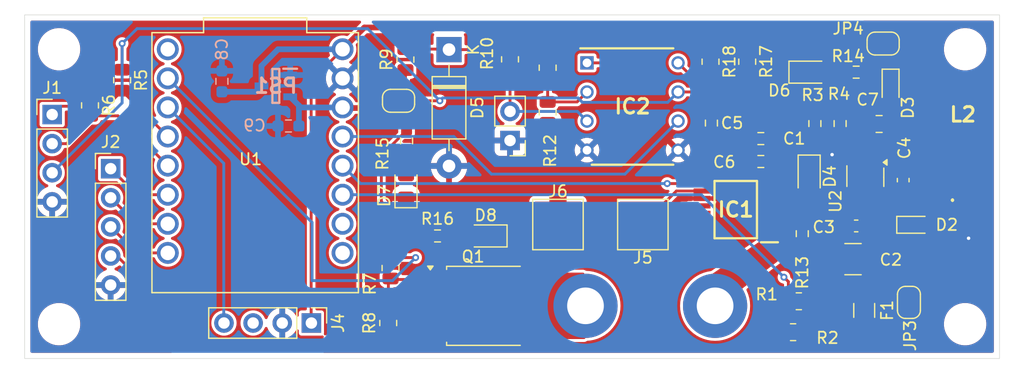
<source format=kicad_pcb>
(kicad_pcb (version 20240108) (generator "pcbnew") (generator_version "8.0")
  (layers (0 "F.Cu" signal) (31 "B.Cu" signal) (34 "B.Paste" user) (35 "F.Paste" user) (36 "B.SilkS" user "B.Silkscreen") (37 "F.SilkS" user "F.Silkscreen") (38 "B.Mask" user) (39 "F.Mask" user) (44 "Edge.Cuts" user))
  (net 0 "")
  (net 1 "VCC")
  (net 2 "GND")
  (net 3 "Net-(JP3-B)")
  (net 4 "Net-(D2-K)")
  (net 5 "Net-(U2-BOOT)")
  (net 6 "+3V3")
  (net 7 "Net-(D3-K)")
  (net 8 "Net-(D3-A)")
  (net 9 "Net-(D4-A)")
  (net 10 "+3V0")
  (net 11 "Net-(D6-A)")
  (net 12 "Net-(D7-A)")
  (net 13 "Net-(D8-A)")
  (net 14 "HEATER_GND")
  (net 15 "Net-(JP3-A)")
  (net 16 "VCC_I_ADC")
  (net 17 "Net-(IC1-SH-)")
  (net 18 "Net-(IC1-SH+)")
  (net 19 "Net-(IC2--IN)")
  (net 20 "TEMP_PLATE_ADC")
  (net 21 "Net-(IC2-+IN)")
  (net 22 "SCL")
  (net 23 "SDA")
  (net 24 "+5V")
  (net 25 "ENC_CLK")
  (net 26 "ENC_DT")
  (net 27 "ENC_SW")
  (net 28 "FAN_PWM")
  (net 30 "Net-(Q1-G)")
  (net 31 "VCC_V_ADC")
  (net 32 "5V_DCDC_FB")
  (net 33 "HEATER_PWM")
  (net 38 "Net-(IC1-IN+_1)")
  (net 39 "Net-(IC2-RG_2)")
  (net 40 "Net-(IC2-RG_1)")
  (net 41 "3V3_PRE")
  (footprint "TestPoint:TestPoint_Pad_4.0x4.0mm" (layer "F.Cu") (at 159.575 106.675 180)
    (property "Reference" "J5" (at 0 -2.898 0) (layer "F.SilkS"))
    (property "Value" "PWR")
    (pad "1" smd rect (at 0 0 180) (size 4 4) (layers "F.Cu" "F.Mask") (net 38 "Net-(IC1-IN+_1)"))
  )
  (footprint "ESP32-C3_SUPERMINI:MODULE_ESP32-C3_SUPERMINI" (layer "F.Cu") (at 125.775 101.275)
    (property "Reference" "U1" (at -0.4 -0.3 0) (layer "F.SilkS"))
    (property "Value" "ESP32-C3_SUPERMINI")
    (pad "0" thru_hole circle (at 7.62 7.88) (size 1.905 1.905) (drill 1.27) (layers "*.Cu" "*.Mask"))
    (pad "1" thru_hole circle (at 7.62 5.34) (size 1.905 1.905) (drill 1.27) (layers "*.Cu" "*.Mask"))
    (pad "2" thru_hole circle (at 7.62 2.8) (size 1.905 1.905) (drill 1.27) (layers "*.Cu" "*.Mask") (net 31 "VCC_V_ADC"))
    (pad "3" thru_hole circle (at 7.62 0.26) (size 1.905 1.905) (drill 1.27) (layers "*.Cu" "*.Mask") (net 16 "VCC_I_ADC"))
    (pad "3.3" thru_hole circle (at 7.62 -4.82) (size 1.905 1.905) (drill 1.27) (layers "*.Cu" "*.Mask") (net 41 "3V3_PRE"))
    (pad "4" thru_hole circle (at 7.62 -2.28) (size 1.905 1.905) (drill 1.27) (layers "*.Cu" "*.Mask") (net 20 "TEMP_PLATE_ADC"))
    (pad "5" thru_hole circle (at -7.62 -9.9) (size 1.905 1.905) (drill 1.27) (layers "*.Cu" "*.Mask"))
    (pad "5V" thru_hole circle (at 7.62 -9.9) (size 1.905 1.905) (drill 1.27) (layers "*.Cu" "*.Mask") (net 24 "+5V"))
    (pad "6" thru_hole circle (at -7.62 -7.36) (size 1.905 1.905) (drill 1.27) (layers "*.Cu" "*.Mask") (net 33 "HEATER_PWM"))
    (pad "7" thru_hole circle (at -7.62 -4.82) (size 1.905 1.905) (drill 1.27) (layers "*.Cu" "*.Mask") (net 28 "FAN_PWM"))
    (pad "8" thru_hole circle (at -7.62 -2.28) (size 1.905 1.905) (drill 1.27) (layers "*.Cu" "*.Mask") (net 23 "SDA"))
    (pad "9" thru_hole circle (at -7.62 0.26) (size 1.905 1.905) (drill 1.27) (layers "*.Cu" "*.Mask") (net 22 "SCL"))
    (pad "10" thru_hole circle (at -7.62 2.8) (size 1.905 1.905) (drill 1.27) (layers "*.Cu" "*.Mask") (net 25 "ENC_CLK"))
    (pad "20" thru_hole circle (at -7.62 5.34) (size 1.905 1.905) (drill 1.27) (layers "*.Cu" "*.Mask") (net 26 "ENC_DT"))
    (pad "21" thru_hole circle (at -7.62 7.88) (size 1.905 1.905) (drill 1.27) (layers "*.Cu" "*.Mask") (net 27 "ENC_SW"))
    (pad "G" thru_hole circle (at 7.62 -7.36) (size 1.905 1.905) (drill 1.27) (layers "*.Cu" "*.Mask") (net 2 "GND"))
  )
  (footprint "SamacSys_Parts:DIP794W56P254L959H533Q8N" (layer "F.Cu") (at 158.675 96.375)
    (property "Reference" "IC2" (at 0 0 0) (layer "F.SilkS") (effects (font (size 1.27 1.27) (thickness 0.254))))
    (property "Value" "AD627BNZ" (hide yes))
    (pad "1" thru_hole rect (at -3.97 -3.81) (size 1.16 1.16) (drill 0.76) (layers "*.Cu" "*.Mask") (net 40 "Net-(IC2-RG_1)"))
    (pad "2" thru_hole circle (at -3.97 -1.27) (size 1.16 1.16) (drill 0.76) (layers "*.Cu" "*.Mask") (net 19 "Net-(IC2--IN)"))
    (pad "3" thru_hole circle (at -3.97 1.27) (size 1.16 1.16) (drill 0.76) (layers "*.Cu" "*.Mask") (net 21 "Net-(IC2-+IN)"))
    (pad "4" thru_hole circle (at -3.97 3.81) (size 1.16 1.16) (drill 0.76) (layers "*.Cu" "*.Mask") (net 2 "GND"))
    (pad "5" thru_hole circle (at 3.97 3.81) (size 1.16 1.16) (drill 0.76) (layers "*.Cu" "*.Mask") (net 2 "GND"))
    (pad "6" thru_hole circle (at 3.97 1.27) (size 1.16 1.16) (drill 0.76) (layers "*.Cu" "*.Mask") (net 20 "TEMP_PLATE_ADC"))
    (pad "7" thru_hole circle (at 3.97 -1.27) (size 1.16 1.16) (drill 0.76) (layers "*.Cu" "*.Mask") (net 6 "+3V3"))
    (pad "8" thru_hole circle (at 3.97 -3.81) (size 1.16 1.16) (drill 0.76) (layers "*.Cu" "*.Mask") (net 39 "Net-(IC2-RG_2)"))
  )
  (footprint "Resistor_SMD:R_0603_1608Metric_Pad0.98x0.95mm_HandSolder" (layer "F.Cu") (at 173.475 107.475 -90)
    (property "Reference" "R13" (at 3.4 0 90) (layer "F.SilkS"))
    (property "Value" "20k")
    (pad "1" smd roundrect (at -0.9125 0 270) (size 0.975 0.95) (layers "F.Cu" "F.Paste" "F.Mask") (net 9 "Net-(D4-A)"))
    (pad "2" smd roundrect (at 0.9125 0 270) (size 0.975 0.95) (layers "F.Cu" "F.Paste" "F.Mask") (net 1 "VCC"))
  )
  (footprint "Resistor_SMD:R_0603_1608Metric_Pad0.98x0.95mm_HandSolder" (layer "F.Cu") (at 165.555 97.82 90)
    (property "Reference" "C5" (at 0 1.8 0) (layer "F.SilkS"))
    (property "Value" "0.1u")
    (pad "1" smd roundrect (at -0.9125 0 90) (size 0.975 0.95) (layers "F.Cu" "F.Paste" "F.Mask") (net 2 "GND"))
    (pad "2" smd roundrect (at 0.9125 0 90) (size 0.975 0.95) (layers "F.Cu" "F.Paste" "F.Mask") (net 6 "+3V3"))
  )
  (footprint "Jumper:SolderJumper-2_P1.3mm_Open_RoundedPad1.0x1.5mm" (layer "F.Cu") (at 182.775 113.475 90)
    (property "Reference" "JP3" (at -2.9 0.1 90) (layer "F.SilkS"))
    (property "Value" "24V_DCDC")
    (pad "1" smd custom (at -0.65 0 90) (size 1 0.5) (layers "F.Cu" "F.Mask") (net 15 "Net-(JP3-A)") (options (clearance outline) (anchor rect)) (primitives (gr_circle (center 0 0.25) (end 0.5 0.25) (width 0) (fill yes)) (gr_circle (center 0 -0.25) (end 0.5 -0.25) (width 0) (fill yes)) (gr_poly (pts (xy 0.5 0.75) (xy 0 0.75) (xy 0 -0.75) (xy 0.5 -0.75)) (width 0) (fill yes))))
    (pad "2" smd custom (at 0.65 0 90) (size 1 0.5) (layers "F.Cu" "F.Mask") (net 3 "Net-(JP3-B)") (options (clearance outline) (anchor rect)) (primitives (gr_circle (center 0 0.25) (end 0.5 0.25) (width 0) (fill yes)) (gr_circle (center 0 -0.25) (end 0.5 -0.25) (width 0) (fill yes)) (gr_poly (pts (xy 0 0.75) (xy -0.5 0.75) (xy -0.5 -0.75) (xy 0 -0.75)) (width 0) (fill yes))))
  )
  (footprint "Diode_SMD:D_0603_1608Metric_Pad1.05x0.95mm_HandSolder" (layer "F.Cu") (at 181.175 94.775 -90)
    (property "Reference" "D3" (at 1.7 -1.5 90) (layer "F.SilkS"))
    (property "Value" "CDBU0530")
    (pad "1" smd roundrect (at -0.875 0 270) (size 1.05 0.95) (layers "F.Cu" "F.Paste" "F.Mask") (net 7 "Net-(D3-K)"))
    (pad "2" smd roundrect (at 0.875 0 270) (size 1.05 0.95) (layers "F.Cu" "F.Paste" "F.Mask") (net 8 "Net-(D3-A)"))
  )
  (footprint "MountingHole:MountingHole_3.2mm_M3_ISO7380" (layer "F.Cu") (at 108.675 91.375)
    (property "Reference" "H4" (hide yes))
    (property "Value" "MountingHole")
    (pad "" np_thru_hole circle (at 0 0) (size 3.2 3.2) (drill 3.2) (layers "*.Cu" "*.Mask"))
  )
  (footprint "LED_SMD:LED_0805_2012Metric_Pad1.15x1.40mm_HandSolder" (layer "F.Cu") (at 138.925 103.35 90)
    (property "Reference" "D7" (at -0.825 -1.9 90) (layer "F.SilkS"))
    (property "Value" "~")
    (pad "1" smd roundrect (at -1.025 0 90) (size 1.15 1.4) (layers "F.Cu" "F.Paste" "F.Mask") (roundrect_rratio 0.217391) (net 2 "GND"))
    (pad "2" smd roundrect (at 1.025 0 90) (size 1.15 1.4) (layers "F.Cu" "F.Paste" "F.Mask") (roundrect_rratio 0.217391) (net 12 "Net-(D7-A)"))
  )
  (footprint "LED_SMD:LED_0805_2012Metric_Pad1.15x1.40mm_HandSolder" (layer "F.Cu") (at 145.875 107.675 180)
    (property "Reference" "D8" (at 0 1.8 0) (layer "F.SilkS"))
    (property "Value" "~")
    (pad "1" smd roundrect (at -1.025 0 180) (size 1.15 1.4) (layers "F.Cu" "F.Paste" "F.Mask") (roundrect_rratio 0.217391) (net 14 "HEATER_GND"))
    (pad "2" smd roundrect (at 1.025 0 180) (size 1.15 1.4) (layers "F.Cu" "F.Paste" "F.Mask") (roundrect_rratio 0.217391) (net 13 "Net-(D8-A)"))
  )
  (footprint "Resistor_SMD:R_0805_2012Metric" (layer "F.Cu") (at 111.375 96.275 -90)
    (property "Reference" "R6" (at 0 -1.65 90) (layer "F.SilkS"))
    (property "Value" "4k7")
    (pad "1" smd roundrect (at -0.9125 0 270) (size 1.025 1.4) (layers "F.Cu" "F.Paste" "F.Mask") (roundrect_rratio 0.243902) (net 6 "+3V3"))
    (pad "2" smd roundrect (at 0.9125 0 270) (size 1.025 1.4) (layers "F.Cu" "F.Paste" "F.Mask") (roundrect_rratio 0.243902) (net 22 "SCL"))
  )
  (footprint "Fuse:Fuse_1206_3216Metric" (layer "F.Cu") (at 178.875 114.175 -90)
    (property "Reference" "F1" (at 0 -2 90) (layer "F.SilkS"))
    (property "Value" "PTC-30V/0.35A")
    (pad "1" smd roundrect (at -1.4 0 270) (size 1.25 1.75) (layers "F.Cu" "F.Paste" "F.Mask") (roundrect_rratio 0.2) (net 1 "VCC"))
    (pad "2" smd roundrect (at 1.4 0 270) (size 1.25 1.75) (layers "F.Cu" "F.Paste" "F.Mask") (roundrect_rratio 0.2) (net 15 "Net-(JP3-A)"))
  )
  (footprint "LED_SMD:LED_0805_2012Metric_Pad1.15x1.40mm_HandSolder" (layer "F.Cu") (at 174.175 93.375)
    (property "Reference" "D6" (at -2.7 1.6 0) (layer "F.SilkS"))
    (property "Value" "~")
    (pad "1" smd roundrect (at -1.025 0) (size 1.15 1.4) (layers "F.Cu" "F.Paste" "F.Mask") (roundrect_rratio 0.217391) (net 2 "GND"))
    (pad "2" smd roundrect (at 1.025 0) (size 1.15 1.4) (layers "F.Cu" "F.Paste" "F.Mask") (roundrect_rratio 0.217391) (net 11 "Net-(D6-A)"))
  )
  (footprint "Resistor_SMD:R_0805_2012Metric" (layer "F.Cu") (at 172.675 116.075)
    (property "Reference" "R2" (at 3 0.5 0) (layer "F.SilkS"))
    (property "Value" "5k1")
    (pad "1" smd roundrect (at -0.9125 0) (size 1.025 1.4) (layers "F.Cu" "F.Paste" "F.Mask") (roundrect_rratio 0.243902) (net 31 "VCC_V_ADC"))
    (pad "2" smd roundrect (at 0.9125 0) (size 1.025 1.4) (layers "F.Cu" "F.Paste" "F.Mask") (roundrect_rratio 0.243902) (net 2 "GND"))
  )
  (footprint "Connector_PinHeader_2.54mm:PinHeader_1x02_P2.54mm_Vertical" (layer "F.Cu") (at 147.995 99.3425 180)
    (property "Reference" "J3" (hide yes))
    (property "Value" "PT100")
    (pad "1" thru_hole rect (at 0 0 180) (size 1.7 1.7) (drill 1) (layers "*.Cu" "*.Mask") (net 2 "GND"))
    (pad "2" thru_hole oval (at 0 2.54 180) (size 1.7 1.7) (drill 1) (layers "*.Cu" "*.Mask") (net 21 "Net-(IC2-+IN)"))
  )
  (footprint "Resistor_SMD:R_0805_2012Metric" (layer "F.Cu") (at 151.275 92.9875 -90)
    (property "Reference" "R11" (hide yes))
    (property "Value" "680")
    (pad "1" smd roundrect (at -0.9125 0 270) (size 1.025 1.4) (layers "F.Cu" "F.Paste" "F.Mask") (roundrect_rratio 0.243902) (net 10 "+3V0"))
    (pad "2" smd roundrect (at 0.9125 0 270) (size 1.025 1.4) (layers "F.Cu" "F.Paste" "F.Mask") (roundrect_rratio 0.243902) (net 19 "Net-(IC2--IN)"))
  )
  (footprint "Resistor_SMD:R_0603_1608Metric_Pad0.98x0.95mm_HandSolder" (layer "F.Cu") (at 138.975 99.375 90)
    (property "Reference" "R15" (at -1.125 -2.1 90) (layer "F.SilkS"))
    (property "Value" "220R")
    (pad "1" smd roundrect (at -0.9125 0 90) (size 0.975 0.95) (layers "F.Cu" "F.Paste" "F.Mask") (net 12 "Net-(D7-A)"))
    (pad "2" smd roundrect (at 0.9125 0 90) (size 0.975 0.95) (layers "F.Cu" "F.Paste" "F.Mask") (net 6 "+3V3"))
  )
  (footprint "MountingHole:MountingHole_3.2mm_M3_DIN965_Pad" (layer "F.Cu") (at 154.575 113.775 180)
    (property "Reference" "H1" (hide yes))
    (property "Value" "HEATER_GND")
    (pad "1" thru_hole circle (at 0 0 180) (size 5.6 5.6) (drill 3.2) (layers "*.Cu" "*.Mask") (net 14 "HEATER_GND"))
  )
  (footprint "Jumper:SolderJumper-2_P1.3mm_Open_RoundedPad1.0x1.5mm" (layer "F.Cu") (at 138.275 95.875 180)
    (property "Reference" "JP1" (hide yes))
    (property "Value" "3v3")
    (pad "1" smd custom (at -0.65 0 180) (size 1 0.5) (layers "F.Cu" "F.Mask") (net 6 "+3V3") (options (clearance outline) (anchor rect)) (primitives (gr_circle (center 0 0.25) (end 0.5 0.25) (width 0) (fill yes)) (gr_circle (center 0 -0.25) (end 0.5 -0.25) (width 0) (fill yes)) (gr_poly (pts (xy 0.5 0.75) (xy 0 0.75) (xy 0 -0.75) (xy 0.5 -0.75)) (width 0) (fill yes))))
    (pad "2" smd custom (at 0.65 0 180) (size 1 0.5) (layers "F.Cu" "F.Mask") (net 41 "3V3_PRE") (options (clearance outline) (anchor rect)) (primitives (gr_circle (center 0 0.25) (end 0.5 0.25) (width 0) (fill yes)) (gr_circle (center 0 -0.25) (end 0.5 -0.25) (width 0) (fill yes)) (gr_poly (pts (xy 0 0.75) (xy -0.5 0.75) (xy -0.5 -0.75) (xy 0 -0.75)) (width 0) (fill yes))))
  )
  (footprint "MountingHole:MountingHole_3.2mm_M3_ISO7380" (layer "F.Cu") (at 187.675 115.375)
    (property "Reference" "H5" (hide yes))
    (property "Value" "MountingHole")
    (pad "" np_thru_hole circle (at 0 0) (size 3.2 3.2) (drill 3.2) (layers "*.Cu" "*.Mask"))
  )
  (footprint "Resistor_SMD:R_0805_2012Metric" (layer "F.Cu") (at 114.175 94.075 -90)
    (property "Reference" "R5" (at 0 -1.65 90) (layer "F.SilkS"))
    (property "Value" "4k7")
    (pad "1" smd roundrect (at -0.9125 0 270) (size 1.025 1.4) (layers "F.Cu" "F.Paste" "F.Mask") (roundrect_rratio 0.243902) (net 6 "+3V3"))
    (pad "2" smd roundrect (at 0.9125 0 270) (size 1.025 1.4) (layers "F.Cu" "F.Paste" "F.Mask") (roundrect_rratio 0.243902) (net 23 "SDA"))
  )
  (footprint "Resistor_SMD:R_0805_2012Metric" (layer "F.Cu") (at 137.375 115.275 90)
    (property "Reference" "R8" (at 0 -1.65 90) (layer "F.SilkS"))
    (property "Value" "10k")
    (pad "1" smd roundrect (at -0.9125 0 90) (size 1.025 1.4) (layers "F.Cu" "F.Paste" "F.Mask") (roundrect_rratio 0.243902) (net 2 "GND"))
    (pad "2" smd roundrect (at 0.9125 0 90) (size 1.025 1.4) (layers "F.Cu" "F.Paste" "F.Mask") (roundrect_rratio 0.243902) (net 30 "Net-(Q1-G)"))
  )
  (footprint "Capacitor_SMD:C_0805_2012Metric_Pad1.18x1.45mm_HandSolder" (layer "F.Cu") (at 180.175 97.9)
    (property "Reference" "C7" (at -1 -2.125 0) (layer "F.SilkS"))
    (property "Value" "10u")
    (pad "1" smd roundrect (at -1.0375 0) (size 1.175 1.45) (layers "F.Cu" "F.Paste" "F.Mask") (roundrect_rratio 0.212766) (net 2 "GND"))
    (pad "2" smd roundrect (at 1.0375 0) (size 1.175 1.45) (layers "F.Cu" "F.Paste" "F.Mask") (roundrect_rratio 0.212766) (net 8 "Net-(D3-A)"))
  )
  (footprint "Resistor_SMD:R_0805_2012Metric" (layer "F.Cu") (at 173.175 113.375 180)
    (property "Reference" "R1" (at 2.8 0.6 0) (layer "F.SilkS"))
    (property "Value" "39k")
    (pad "1" smd roundrect (at -0.9125 0 180) (size 1.025 1.4) (layers "F.Cu" "F.Paste" "F.Mask") (roundrect_rratio 0.243902) (net 1 "VCC"))
    (pad "2" smd roundrect (at 0.9125 0 180) (size 1.025 1.4) (layers "F.Cu" "F.Paste" "F.Mask") (roundrect_rratio 0.243902) (net 31 "VCC_V_ADC"))
  )
  (footprint "Jumper:SolderJumper-2_P1.3mm_Open_RoundedPad1.0x1.5mm" (layer "F.Cu") (at 180.525 90.875 180)
    (property "Reference" "JP4" (at 3.05 1.3 0) (layer "F.SilkS"))
    (property "Value" "5V_JMP")
    (pad "1" smd custom (at -0.65 0 180) (size 1 0.5) (layers "F.Cu" "F.Mask") (net 7 "Net-(D3-K)") (options (clearance outline) (anchor rect)) (primitives (gr_circle (center 0 0.25) (end 0.5 0.25) (width 0) (fill yes)) (gr_circle (center 0 -0.25) (end 0.5 -0.25) (width 0) (fill yes)) (gr_poly (pts (xy 0.5 0.75) (xy 0 0.75) (xy 0 -0.75) (xy 0.5 -0.75)) (width 0) (fill yes))))
    (pad "2" smd custom (at 0.65 0 180) (size 1 0.5) (layers "F.Cu" "F.Mask") (net 24 "+5V") (options (clearance outline) (anchor rect)) (primitives (gr_circle (center 0 0.25) (end 0.5 0.25) (width 0) (fill yes)) (gr_circle (center 0 -0.25) (end 0.5 -0.25) (width 0) (fill yes)) (gr_poly (pts (xy 0 0.75) (xy -0.5 0.75) (xy -0.5 -0.75) (xy 0 -0.75)) (width 0) (fill yes))))
  )
  (footprint "Resistor_SMD:R_0603_1608Metric_Pad0.98x0.95mm_HandSolder" (layer "F.Cu") (at 169.8625 99.175 180)
    (property "Reference" "C1" (at -2.9125 0 0) (layer "F.SilkS"))
    (property "Value" "0.1u")
    (pad "1" smd roundrect (at -0.9125 0 180) (size 0.975 0.95) (layers "F.Cu" "F.Paste" "F.Mask") (net 2 "GND"))
    (pad "2" smd roundrect (at 0.9125 0 180) (size 0.975 0.95) (layers "F.Cu" "F.Paste" "F.Mask") (net 38 "Net-(IC1-IN+_1)"))
  )
  (footprint "MountingHole:MountingHole_3.2mm_M3_DIN965_Pad" (layer "F.Cu") (at 165.875 113.775)
    (property "Reference" "H2" (hide yes))
    (property "Value" "HEATER_VCC")
    (pad "1" thru_hole circle (at 0 0) (size 5.6 5.6) (drill 3.2) (layers "*.Cu" "*.Mask") (net 1 "VCC"))
  )
  (footprint "Capacitor_SMD:C_0603_1608Metric_Pad1.08x0.95mm_HandSolder" (layer "F.Cu") (at 182.275 102.8 90)
    (property "Reference" "C4" (at 2.8 0.1 90) (layer "F.SilkS"))
    (property "Value" "10n")
    (pad "1" smd roundrect (at -0.8625 0 90) (size 1.075 0.95) (layers "F.Cu" "F.Paste" "F.Mask") (net 4 "Net-(D2-K)"))
    (pad "2" smd roundrect (at 0.8625 0 90) (size 1.075 0.95) (layers "F.Cu" "F.Paste" "F.Mask") (net 5 "Net-(U2-BOOT)"))
  )
  (footprint "Connector_PinHeader_2.54mm:PinHeader_1x05_P2.54mm_Vertical" (layer "F.Cu") (at 113.175 101.8)
    (property "Reference" "J2" (at 0 -2.33 0) (layer "F.SilkS"))
    (property "Value" "HMI_ENC")
    (pad "1" thru_hole rect (at 0 0) (size 1.7 1.7) (drill 1) (layers "*.Cu" "*.Mask") (net 25 "ENC_CLK"))
    (pad "2" thru_hole oval (at 0 2.54) (size 1.7 1.7) (drill 1) (layers "*.Cu" "*.Mask") (net 26 "ENC_DT"))
    (pad "3" thru_hole oval (at 0 5.08) (size 1.7 1.7) (drill 1) (layers "*.Cu" "*.Mask") (net 27 "ENC_SW"))
    (pad "4" thru_hole oval (at 0 7.62) (size 1.7 1.7) (drill 1) (layers "*.Cu" "*.Mask") (net 6 "+3V3"))
    (pad "5" thru_hole oval (at 0 10.16) (size 1.7 1.7) (drill 1) (layers "*.Cu" "*.Mask") (net 2 "GND"))
  )
  (footprint "Resistor_SMD:R_0603_1608Metric_Pad0.98x0.95mm_HandSolder" (layer "F.Cu") (at 141.675 107.675 180)
    (property "Reference" "R16" (at 0 1.5 0) (layer "F.SilkS"))
    (property "Value" "220R")
    (pad "1" smd roundrect (at -0.9125 0 180) (size 0.975 0.95) (layers "F.Cu" "F.Paste" "F.Mask") (net 13 "Net-(D8-A)"))
    (pad "2" smd roundrect (at 0.9125 0 180) (size 0.975 0.95) (layers "F.Cu" "F.Paste" "F.Mask") (net 6 "+3V3"))
  )
  (footprint "Resistor_SMD:R_0805_2012Metric" (layer "F.Cu") (at 147.995 92.255 -90)
    (property "Reference" "R10" (at -0.5125 2 90) (layer "F.SilkS"))
    (property "Value" "680")
    (pad "1" smd roundrect (at -0.9125 0 270) (size 1.025 1.4) (layers "F.Cu" "F.Paste" "F.Mask") (roundrect_rratio 0.243902) (net 10 "+3V0"))
    (pad "2" smd roundrect (at 0.9125 0 270) (size 1.025 1.4) (layers "F.Cu" "F.Paste" "F.Mask") (roundrect_rratio 0.243902) (net 21 "Net-(IC2-+IN)"))
  )
  (footprint "LED_SMD:LED_0805_2012Metric_Pad1.15x1.40mm_HandSolder" (layer "F.Cu") (at 174.075 102.475 -90)
    (property "Reference" "D4" (at 0 -1.8 90) (layer "F.SilkS"))
    (property "Value" "~")
    (pad "1" smd roundrect (at -1.025 0 270) (size 1.15 1.4) (layers "F.Cu" "F.Paste" "F.Mask") (roundrect_rratio 0.217391) (net 2 "GND"))
    (pad "2" smd roundrect (at 1.025 0 270) (size 1.15 1.4) (layers "F.Cu" "F.Paste" "F.Mask") (roundrect_rratio 0.217391) (net 9 "Net-(D4-A)"))
  )
  (footprint "SamacSys_Parts:SOP65P640X120-16N" (layer "F.Cu") (at 167.675 105.375 180)
    (property "Reference" "IC1" (at 0 0 0) (layer "F.SilkS") (effects (font (size 1.27 1.27) (thickness 0.254))))
    (property "Value" "INA250A3QPWRQ1" (hide yes))
    (pad "1" smd rect (at -2.938 -2.275 270) (size 0.45 1.475) (layers "F.Cu" "F.Paste" "F.Mask") (net 1 "VCC"))
    (pad "2" smd rect (at -2.938 -1.625 270) (size 0.45 1.475) (layers "F.Cu" "F.Paste" "F.Mask") (net 1 "VCC"))
    (pad "3" smd rect (at -2.938 -0.975 270) (size 0.45 1.475) (layers "F.Cu" "F.Paste" "F.Mask") (net 1 "VCC"))
    (pad "4" smd rect (at -2.938 -0.325 270) (size 0.45 1.475) (layers "F.Cu" "F.Paste" "F.Mask") (net 17 "Net-(IC1-SH-)"))
    (pad "5" smd rect (at -2.938 0.325 270) (size 0.45 1.475) (layers "F.Cu" "F.Paste" "F.Mask") (net 17 "Net-(IC1-SH-)"))
    (pad "6" smd rect (at -2.938 0.975 270) (size 0.45 1.475) (layers "F.Cu" "F.Paste" "F.Mask") (net 2 "GND"))
    (pad "7" smd rect (at -2.938 1.625 270) (size 0.45 1.475) (layers "F.Cu" "F.Paste" "F.Mask") (net 2 "GND"))
    (pad "8" smd rect (at -2.938 2.275 270) (size 0.45 1.475) (layers "F.Cu" "F.Paste" "F.Mask") (net 2 "GND"))
    (pad "9" smd rect (at 2.938 2.275 270) (size 0.45 1.475) (layers "F.Cu" "F.Paste" "F.Mask") (net 16 "VCC_I_ADC"))
    (pad "10" smd rect (at 2.938 1.625 270) (size 0.45 1.475) (layers "F.Cu" "F.Paste" "F.Mask") (net 38 "Net-(IC1-IN+_1)"))
    (pad "11" smd rect (at 2.938 0.975 270) (size 0.45 1.475) (layers "F.Cu" "F.Paste" "F.Mask") (net 2 "GND"))
    (pad "12" smd rect (at 2.938 0.325 270) (size 0.45 1.475) (layers "F.Cu" "F.Paste" "F.Mask") (net 18 "Net-(IC1-SH+)"))
    (pad "13" smd rect (at 2.938 -0.325 270) (size 0.45 1.475) (layers "F.Cu" "F.Paste" "F.Mask") (net 18 "Net-(IC1-SH+)"))
    (pad "14" smd rect (at 2.938 -0.975 270) (size 0.45 1.475) (layers "F.Cu" "F.Paste" "F.Mask") (net 38 "Net-(IC1-IN+_1)"))
    (pad "15" smd rect (at 2.938 -1.625 270) (size 0.45 1.475) (layers "F.Cu" "F.Paste" "F.Mask") (net 38 "Net-(IC1-IN+_1)"))
    (pad "16" smd rect (at 2.938 -2.275 270) (size 0.45 1.475) (layers "F.Cu" "F.Paste" "F.Mask") (net 38 "Net-(IC1-IN+_1)"))
  )
  (footprint "Connector_PinHeader_2.54mm:PinHeader_1x04_P2.54mm_Vertical" (layer "F.Cu") (at 108.075 97.075)
    (property "Reference" "J1" (at 0 -2.33 0) (layer "F.SilkS"))
    (property "Value" "OLED I2C")
    (pad "1" thru_hole rect (at 0 0) (size 1.7 1.7) (drill 1) (layers "*.Cu" "*.Mask") (net 23 "SDA"))
    (pad "2" thru_hole oval (at 0 2.54) (size 1.7 1.7) (drill 1) (layers "*.Cu" "*.Mask") (net 22 "SCL"))
    (pad "3" thru_hole oval (at 0 5.08) (size 1.7 1.7) (drill 1) (layers "*.Cu" "*.Mask") (net 6 "+3V3"))
    (pad "4" thru_hole oval (at 0 7.62) (size 1.7 1.7) (drill 1) (layers "*.Cu" "*.Mask") (net 2 "GND"))
  )
  (footprint "TestPoint:TestPoint_Pad_4.0x4.0mm" (layer "F.Cu") (at 152.175 106.675)
    (property "Reference" "J6" (at 0 -2.898 0) (layer "F.SilkS"))
    (property "Value" "GND")
    (pad "1" smd rect (at 0 0) (size 4 4) (layers "F.Cu" "F.Mask") (net 2 "GND") (thermal_bridge_width 1.5))
  )
  (footprint "Capacitor_SMD:C_1210_3225Metric" (layer "F.Cu") (at 177.9 109.7)
    (property "Reference" "C2" (at 3.3 0.05 0) (layer "F.SilkS"))
    (property "Value" "10u")
    (pad "1" smd roundrect (at -1.475 0) (size 1.15 2.7) (layers "F.Cu" "F.Paste" "F.Mask") (roundrect_rratio 0.217391) (net 2 "GND"))
    (pad "2" smd roundrect (at 1.475 0) (size 1.15 2.7) (layers "F.Cu" "F.Paste" "F.Mask") (roundrect_rratio 0.217391) (net 3 "Net-(JP3-B)"))
  )
  (footprint "SamacSys_Parts:SRR4828A151M" (layer "F.Cu") (at 186.575 101.5)
    (property "Reference" "L2" (at 0.9 -4.425 0) (layer "F.SilkS") (effects (font (size 1.27 1.27) (thickness 0.254))))
    (property "Value" "15uH" (hide yes))
    (pad "1" smd rect (at 0 1.575 90) (size 1.98 4.2) (layers "F.Cu" "F.Paste" "F.Mask") (net 4 "Net-(D2-K)"))
    (pad "2" smd rect (at 0 -1.575 90) (size 1.98 4.2) (layers "F.Cu" "F.Paste" "F.Mask") (net 8 "Net-(D3-A)"))
  )
  (footprint "Connector_PinHeader_2.54mm:PinHeader_1x04_P2.54mm_Vertical" (layer "F.Cu") (at 130.675 115.275 -90)
    (property "Reference" "J4" (at 0 -2.33 90) (layer "F.SilkS"))
    (property "Value" "Fan Connector")
    (pad "1" thru_hole rect (at 0 0 270) (size 1.7 1.7) (drill 1) (layers "*.Cu" "*.Mask") (net 24 "+5V"))
    (pad "2" thru_hole oval (at 0 2.54 270) (size 1.7 1.7) (drill 1) (layers "*.Cu" "*.Mask") (net 2 "GND"))
    (pad "3" thru_hole oval (at 0 5.08 270) (size 1.7 1.7) (drill 1) (layers "*.Cu" "*.Mask"))
    (pad "4" thru_hole oval (at 0 7.62 270) (size 1.7 1.7) (drill 1) (layers "*.Cu" "*.Mask") (net 28 "FAN_PWM"))
  )
  (footprint "Resistor_SMD:R_0603_1608Metric_Pad0.98x0.95mm_HandSolder" (layer "F.Cu") (at 169.8625 101.175 180)
    (property "Reference" "C6" (at 3.1875 -0.04 0) (layer "F.SilkS"))
    (property "Value" "1u")
    (pad "1" smd roundrect (at -0.9125 0 180) (size 0.975 0.95) (layers "F.Cu" "F.Paste" "F.Mask") (net 2 "GND"))
    (pad "2" smd roundrect (at 0.9125 0 180) (size 0.975 0.95) (layers "F.Cu" "F.Paste" "F.Mask") (net 38 "Net-(IC1-IN+_1)"))
  )
  (footprint "Resistor_SMD:R_0805_2012Metric" (layer "F.Cu") (at 138.875 92.275 90)
    (property "Reference" "R9" (at 0 -1.65 90) (layer "F.SilkS"))
    (property "Value" "33R")
    (pad "1" smd roundrect (at -0.9125 0 90) (size 1.025 1.4) (layers "F.Cu" "F.Paste" "F.Mask") (roundrect_rratio 0.243902) (net 6 "+3V3"))
    (pad "2" smd roundrect (at 0.9125 0 90) (size 1.025 1.4) (layers "F.Cu" "F.Paste" "F.Mask") (roundrect_rratio 0.243902) (net 10 "+3V0"))
  )
  (footprint "Diode_THT:D_DO-41_SOD81_P10.16mm_Horizontal" (layer "F.Cu") (at 142.675 91.405 -90)
    (property "Reference" "D5" (at 5.08 -2.47 90) (layer "F.SilkS"))
    (property "Value" "1N4727A")
    (fp_text user "K" (at 0 -2.1 90) (layer "F.SilkS"))
    (pad "1" thru_hole rect (at 0 0 270) (size 2.2 2.2) (drill 1.1) (layers "*.Cu" "*.Mask") (net 10 "+3V0"))
    (pad "2" thru_hole oval (at 10.16 0 270) (size 2.2 2.2) (drill 1.1) (layers "*.Cu" "*.Mask") (net 2 "GND"))
  )
  (footprint "Resistor_SMD:R_0805_2012Metric" (layer "F.Cu") (at 151.275 96.8875 -90)
    (property "Reference" "R12" (at 3.355 -0.22 90) (layer "F.SilkS"))
    (property "Value" "100")
    (pad "1" smd roundrect (at -0.9125 0 270) (size 1.025 1.4) (layers "F.Cu" "F.Paste" "F.Mask") (roundrect_rratio 0.243902) (net 19 "Net-(IC2--IN)"))
    (pad "2" smd roundrect (at 0.9125 0 270) (size 1.025 1.4) (layers "F.Cu" "F.Paste" "F.Mask") (roundrect_rratio 0.243902) (net 2 "GND"))
  )
  (footprint "Resistor_SMD:R_0805_2012Metric" (layer "F.Cu") (at 137.575 110.475 -90)
    (property "Reference" "R7" (at 1.4 1.8 90) (layer "F.SilkS"))
    (property "Value" "10")
    (pad "1" smd roundrect (at -0.9125 0 270) (size 1.025 1.4) (layers "F.Cu" "F.Paste" "F.Mask") (roundrect_rratio 0.243902) (net 33 "HEATER_PWM"))
    (pad "2" smd roundrect (at 0.9125 0 270) (size 1.025 1.4) (layers "F.Cu" "F.Paste" "F.Mask") (roundrect_rratio 0.243902) (net 30 "Net-(Q1-G)"))
  )
  (footprint "Resistor_SMD:R_0805_2012Metric" (layer "F.Cu") (at 168.675 92.4625 -90)
    (property "Reference" "R17" (at 0 -1.65 90) (layer "F.SilkS"))
    (property "Value" "NP")
    (pad "1" smd roundrect (at -0.9125 0 270) (size 1.025 1.4) (layers "F.Cu" "F.Paste" "F.Mask") (roundrect_rratio 0.243902) (net 40 "Net-(IC2-RG_1)"))
    (pad "2" smd roundrect (at 0.9125 0 270) (size 1.025 1.4) (layers "F.Cu" "F.Paste" "F.Mask") (roundrect_rratio 0.243902) (net 39 "Net-(IC2-RG_2)"))
  )
  (footprint "Package_TO_SOT_SMD:TO-252-2" (layer "F.Cu") (at 145.775 113.775)
    (property "Reference" "Q1" (at -1 -4.3 0) (layer "F.SilkS"))
    (property "Value" "SQD50N05")
    (pad "1" smd roundrect (at -5.04 -2.28) (size 2.2 1.2) (layers "F.Cu" "F.Paste" "F.Mask") (roundrect_rratio 0.208333) (net 30 "Net-(Q1-G)"))
    (pad "2" smd roundrect (at -0.415 -1.525) (size 3.05 2.75) (layers "F.Cu" "F.Paste") (roundrect_rratio 0.090909) (net 14 "HEATER_GND"))
    (pad "2" smd roundrect (at -0.415 1.525) (size 3.05 2.75) (layers "F.Cu" "F.Paste") (roundrect_rratio 0.090909) (net 14 "HEATER_GND"))
    (pad "2" smd roundrect (at 1.26 0) (size 6.4 5.8) (layers "F.Cu" "F.Mask") (roundrect_rratio 0.043103) (net 14 "HEATER_GND"))
    (pad "2" smd roundrect (at 2.935 -1.525) (size 3.05 2.75) (layers "F.Cu" "F.Paste") (roundrect_rratio 0.090909) (net 14 "HEATER_GND"))
    (pad "2" smd roundrect (at 2.935 1.525) (size 3.05 2.75) (layers "F.Cu" "F.Paste") (roundrect_rratio 0.090909) (net 14 "HEATER_GND"))
    (pad "3" smd roundrect (at -5.04 2.28) (size 2.2 1.2) (layers "F.Cu" "F.Paste" "F.Mask") (roundrect_rratio 0.208333) (net 2 "GND") (thermal_bridge_width 1))
  )
  (footprint "Resistor_SMD:R_0603_1608Metric_Pad0.98x0.95mm_HandSolder" (layer "F.Cu") (at 176.775 97.8625 -90)
    (property "Reference" "R4" (at -2.5875 0.1 180) (layer "F.SilkS"))
    (property "Value" "17k4")
    (pad "1" smd roundrect (at -0.9125 0 270) (size 0.975 0.95) (layers "F.Cu" "F.Paste" "F.Mask") (net 2 "GND"))
    (pad "2" smd roundrect (at 0.9125 0 270) (size 0.975 0.95) (layers "F.Cu" "F.Paste" "F.Mask") (net 32 "5V_DCDC_FB"))
  )
  (footprint "Resistor_SMD:R_0603_1608Metric_Pad0.98x0.95mm_HandSolder" (layer "F.Cu") (at 174.575 97.8625 -90)
    (property "Reference" "R3" (at -2.4875 0.2 180) (layer "F.SilkS"))
    (property "Value" "91k")
    (pad "1" smd roundrect (at -0.9125 0 270) (size 0.975 0.95) (layers "F.Cu" "F.Paste" "F.Mask") (net 8 "Net-(D3-A)"))
    (pad "2" smd roundrect (at 0.9125 0 270) (size 0.975 0.95) (layers "F.Cu" "F.Paste" "F.Mask") (net 32 "5V_DCDC_FB"))
  )
  (footprint "Resistor_SMD:R_0603_1608Metric_Pad0.98x0.95mm_HandSolder" (layer "F.Cu") (at 178.175 93.375)
    (property "Reference" "R14" (at -0.7 -1.4 0) (layer "F.SilkS"))
    (property "Value" "1k")
    (pad "1" smd roundrect (at -0.9125 0) (size 0.975 0.95) (layers "F.Cu" "F.Paste" "F.Mask") (net 11 "Net-(D6-A)"))
    (pad "2" smd roundrect (at 0.9125 0) (size 0.975 0.95) (layers "F.Cu" "F.Paste" "F.Mask") (net 24 "+5V"))
  )
  (footprint "Diode_SMD:D_0603_1608Metric_Pad1.05x0.95mm_HandSolder" (layer "F.Cu") (at 183.375 106.7)
    (property "Reference" "D2" (at 2.7 0 0) (layer "F.SilkS"))
    (property "Value" "CDBU0530")
    (pad "1" smd roundrect (at -0.875 0) (size 1.05 0.95) (layers "F.Cu" "F.Paste" "F.Mask") (net 4 "Net-(D2-K)"))
    (pad "2" smd roundrect (at 0.875 0) (size 1.05 0.95) (layers "F.Cu" "F.Paste" "F.Mask") (net 2 "GND"))
  )
  (footprint "MountingHole:MountingHole_3.2mm_M3_ISO7380" (layer "F.Cu") (at 108.675 115.375)
    (property "Reference" "H3" (hide yes))
    (property "Value" "MountingHole")
    (pad "" np_thru_hole circle (at 0 0) (size 3.2 3.2) (drill 3.2) (layers "*.Cu" "*.Mask"))
  )
  (footprint "Package_TO_SOT_SMD:SOT-23-6_Handsoldering" (layer "F.Cu") (at 178.975 102.45 -90)
    (property "Reference" "U2" (at 2.2 2.6 90) (layer "F.SilkS"))
    (property "Value" "RT6200")
    (pad "1" smd roundrect (at -1.35 -0.95 270) (size 1.56 0.65) (layers "F.Cu" "F.Paste" "F.Mask") (net 5 "Net-(U2-BOOT)"))
    (pad "2" smd roundrect (at -1.35 0 270) (size 1.56 0.65) (layers "F.Cu" "F.Paste" "F.Mask") (net 2 "GND"))
    (pad "3" smd roundrect (at -1.35 0.95 270) (size 1.56 0.65) (layers "F.Cu" "F.Paste" "F.Mask") (net 32 "5V_DCDC_FB"))
    (pad "4" smd roundrect (at 1.35 0.95 270) (size 1.56 0.65) (layers "F.Cu" "F.Paste" "F.Mask"))
    (pad "5" smd roundrect (at 1.35 0 270) (size 1.56 0.65) (layers "F.Cu" "F.Paste" "F.Mask") (net 3 "Net-(JP3-B)"))
    (pad "6" smd roundrect (at 1.35 -0.95 270) (size 1.56 0.65) (layers "F.Cu" "F.Paste" "F.Mask") (net 4 "Net-(D2-K)"))
  )
  (footprint "Capacitor_SMD:C_0603_1608Metric_Pad1.08x0.95mm_HandSolder" (layer "F.Cu") (at 178.175 106.8)
    (property "Reference" "C3" (at -2.825 0.1 0) (layer "F.SilkS"))
    (property "Value" "0.1u")
    (pad "1" smd roundrect (at -0.8625 0) (size 1.075 0.95) (layers "F.Cu" "F.Paste" "F.Mask") (net 2 "GND"))
    (pad "2" smd roundrect (at 0.8625 0) (size 1.075 0.95) (layers "F.Cu" "F.Paste" "F.Mask") (net 3 "Net-(JP3-B)"))
  )
  (footprint "Resistor_SMD:R_0805_2012Metric" (layer "F.Cu") (at 165.475 92.4625 -90)
    (property "Reference" "R18" (at 0 -1.65 90) (layer "F.SilkS"))
    (property "Value" "NP")
    (pad "1" smd roundrect (at -0.9125 0 270) (size 1.025 1.4) (layers "F.Cu" "F.Paste" "F.Mask") (roundrect_rratio 0.243902) (net 40 "Net-(IC2-RG_1)"))
    (pad "2" smd roundrect (at 0.9125 0 270) (size 1.025 1.4) (layers "F.Cu" "F.Paste" "F.Mask") (roundrect_rratio 0.243902) (net 39 "Net-(IC2-RG_2)"))
  )
  (footprint "MountingHole:MountingHole_3.2mm_M3_ISO7380" (layer "F.Cu") (at 187.675 91.375)
    (property "Reference" "H6" (hide yes))
    (property "Value" "MountingHole")
    (pad "" np_thru_hole circle (at 0 0) (size 3.2 3.2) (drill 3.2) (layers "*.Cu" "*.Mask"))
  )
  (footprint "Resistor_SMD:R_0603_1608Metric_Pad0.98x0.95mm_HandSolder" (layer "B.Cu") (at 122.875 94.175 90)
    (property "Reference" "C8" (at 2.8 0 90) (layer "B.SilkS") (effects (justify mirror)))
    (property "Value" "1u")
    (pad "1" smd roundrect (at -0.9125 0 90) (size 0.975 0.95) (layers "B.Cu" "B.Paste" "B.Mask") (net 24 "+5V"))
    (pad "2" smd roundrect (at 0.9125 0 90) (size 0.975 0.95) (layers "B.Cu" "B.Paste" "B.Mask") (net 2 "GND"))
  )
  (footprint "Resistor_SMD:R_0603_1608Metric_Pad0.98x0.95mm_HandSolder" (layer "B.Cu") (at 128.675 98.075 180)
    (property "Reference" "C9" (at 2.95 0.04 0) (layer "B.SilkS") (effects (justify mirror)))
    (property "Value" "1u")
    (pad "1" smd roundrect (at -0.9125 0 180) (size 0.975 0.95) (layers "B.Cu" "B.Paste" "B.Mask") (net 41 "3V3_PRE"))
    (pad "2" smd roundrect (at 0.9125 0 180) (size 0.975 0.95) (layers "B.Cu" "B.Paste" "B.Mask") (net 2 "GND"))
  )
  (footprint "SamacSys_Parts:SOT95P282X145-3N" (layer "B.Cu") (at 127.575 94.575 180)
    (property "Reference" "PS1" (at 0 0 0) (layer "B.SilkS") (effects (font (size 1.27 1.27) (thickness 0.254)) (justify mirror)))
    (property "Value" "AP2125N-3.3TRG1" (hide yes))
    (pad "1" smd rect (at -1.25 0.95 90) (size 0.6 1.2) (layers "B.Cu" "B.Paste" "B.Mask") (net 2 "GND"))
    (pad "2" smd rect (at -1.25 -0.95 90) (size 0.6 1.2) (layers "B.Cu" "B.Paste" "B.Mask") (net 41 "3V3_PRE"))
    (pad "3" smd rect (at 1.25 0 90) (size 0.6 1.2) (layers "B.Cu" "B.Paste" "B.Mask") (net 24 "+5V"))
  )
  (gr_rect (start 105.675 88.375) (end 190.675 118.375) (stroke (width 0.05)) (fill none) (layer "Edge.Cuts"))
  (segment (start 174.6875 112.775) (end 174.0875 113.375) (width 0.5) (layer "F.Cu") (net 1))
  (segment (start 178.875 112.775) (end 174.6875 112.775) (width 0.5) (layer "F.Cu") (net 1))
  (segment (start 174.0875 113.375) (end 174.0875 109) (width 0.5) (layer "F.Cu") (net 1))
  (segment (start 174.0875 109) (end 173.475 108.3875) (width 0.5) (layer "F.Cu") (net 1))
  (via (at 187.975 107.875) (size 0.6) (drill 0.3) (layers "F.Cu" "B.Cu") (net 2))
  (via (at 176.075 100.575) (size 0.6) (drill 0.3) (layers "F.Cu" "B.Cu") (net 2))
  (segment (start 179.375 109.7) (end 181.15 109.7) (width 0.5) (layer "F.Cu") (net 3))
  (segment (start 179.375 109.7) (end 179.375 107.1375) (width 0.5) (layer "F.Cu") (net 3))
  (segment (start 178.975 106.7375) (end 179.0375 106.8) (width 0.5) (layer "F.Cu") (net 3))
  (segment (start 181.15 109.7) (end 182.775 111.325) (width 0.5) (layer "F.Cu") (net 3))
  (segment (start 179.575 109.9) (end 179.375 109.7) (width 0.5) (layer "F.Cu") (net 3))
  (segment (start 178.975 103.8) (end 178.975 106.7375) (width 0.5) (layer "F.Cu") (net 3))
  (segment (start 179.375 107.1375) (end 179.0375 106.8) (width 0.5) (layer "F.Cu") (net 3))
  (segment (start 182.775 111.325) (end 182.775 112.825) (width 0.5) (layer "F.Cu") (net 3))
  (segment (start 182.1375 103.8) (end 182.275 103.6625) (width 0.5) (layer "F.Cu") (net 4))
  (segment (start 182.5 103.8875) (end 182.275 103.6625) (width 0.5) (layer "F.Cu") (net 4))
  (segment (start 185.9875 103.6625) (end 186.575 103.075) (width 0.5) (layer "F.Cu") (net 4))
  (segment (start 182.275 103.6625) (end 185.9875 103.6625) (width 0.5) (layer "F.Cu") (net 4))
  (segment (start 182.5 106.7) (end 182.5 103.8875) (width 0.5) (layer "F.Cu") (net 4))
  (segment (start 179.925 103.8) (end 182.1375 103.8) (width 0.5) (layer "F.Cu") (net 4))
  (segment (start 179.925 101.1) (end 181.4375 101.1) (width 0.5) (layer "F.Cu") (net 5))
  (segment (start 181.4375 101.1) (end 182.275 101.9375) (width 0.5) (layer "F.Cu") (net 5))
  (segment (start 136.775 100.6625) (end 136.775 104.675) (width 0.25) (layer "F.Cu") (net 6))
  (segment (start 138.925 95.875) (end 138.925 98.4125) (width 0.25) (layer "F.Cu") (net 6))
  (segment (start 162.645 95.105) (end 163.7525 95.105) (width 0.25) (layer "F.Cu") (net 6))
  (segment (start 163.7525 95.105) (end 165.555 96.9075) (width 0.25) (layer "F.Cu") (net 6))
  (segment (start 138.975 98.4625) (end 136.775 100.6625) (width 0.25) (layer "F.Cu") (net 6))
  (segment (start 131.35 117.475) (end 118.875 117.475) (width 0.25) (layer "F.Cu") (net 6))
  (segment (start 115.875 111.575) (end 113.72 109.42) (width 0.25) (layer "F.Cu") (net 6))
  (segment (start 137.9299 107.675) (end 134.975 110.6299) (width 0.25) (layer "F.Cu") (net 6))
  (segment (start 138.925 95.875) (end 141.875 95.875) (width 0.25) (layer "F.Cu") (net 6))
  (segment (start 139.775 107.675) (end 140.7625 107.675) (width 0.25) (layer "F.Cu") (net 6))
  (segment (start 140.7625 107.675) (end 137.9299 107.675) (width 0.25) (layer "F.Cu") (net 6))
  (segment (start 115.875 114.475) (end 115.875 111.575) (width 0.25) (layer "F.Cu") (net 6))
  (segment (start 134.975 110.6299) (end 134.975 113.85) (width 0.25) (layer "F.Cu") (net 6))
  (segment (start 113.72 109.42) (end 113.175 109.42) (width 0.25) (layer "F.Cu") (net 6))
  (segment (start 138.875 93.1875) (end 138.875 95.825) (width 0.25) (layer "F.Cu") (net 6))
  (segment (start 114.175 93.1625) (end 113.575 93.1625) (width 0.25) (layer "F.Cu") (net 6))
  (segment (start 118.875 117.475) (end 115.875 114.475) (width 0.25) (layer "F.Cu") (net 6))
  (segment (start 113.575 93.1625) (end 111.375 95.3625) (width 0.25) (layer "F.Cu") (net 6))
  (segment (start 134.975 113.85) (end 131.35 117.475) (width 0.25) (layer "F.Cu") (net 6))
  (segment (start 136.775 104.675) (end 139.775 107.675) (width 0.25) (layer "F.Cu") (net 6))
  (segment (start 138.925 98.4125) (end 138.975 98.4625) (width 0.25) (layer "F.Cu") (net 6))
  (segment (start 114.175 90.875) (end 114.175 93.1625) (width 0.25) (layer "F.Cu") (net 6))
  (segment (start 138.875 95.825) (end 138.925 95.875) (width 0.25) (layer "F.Cu") (net 6))
  (via (at 141.875 95.875) (size 0.6) (drill 0.3) (layers "F.Cu" "B.Cu") (net 6))
  (via (at 114.175 90.875) (size 0.6) (drill 0.3) (layers "F.Cu" "B.Cu") (net 6))
  (segment (start 114.175 90.875) (end 114.175 96.055) (width 0.25) (layer "B.Cu") (net 6))
  (segment (start 141.875 95.875) (end 142.1225 95.6275) (width 0.25) (layer "B.Cu") (net 6))
  (segment (start 115.475 89.575) (end 118.161658 89.575) (width 0.25) (layer "B.Cu") (net 6))
  (segment (start 153.9275 95.6275) (end 154.31 96.01) (width 0.25) (layer "B.Cu") (net 6))
  (segment (start 141.875 95.875) (end 135.575 89.575) (width 0.25) (layer "B.Cu") (net 6))
  (segment (start 142.1225 95.6275) (end 153.9275 95.6275) (width 0.25) (layer "B.Cu") (net 6))
  (segment (start 114.175 96.055) (end 108.075 102.155) (width 0.25) (layer "B.Cu") (net 6))
  (segment (start 161.74 96.01) (end 162.645 95.105) (width 0.25) (layer "B.Cu") (net 6))
  (segment (start 135.575 89.575) (end 118.161658 89.575) (width 0.25) (layer "B.Cu") (net 6))
  (segment (start 114.175 90.875) (end 115.475 89.575) (width 0.25) (layer "B.Cu") (net 6))
  (segment (start 154.31 96.01) (end 161.74 96.01) (width 0.25) (layer "B.Cu") (net 6))
  (segment (start 181.175 93.9) (end 181.175 90.875) (width 0.5) (layer "F.Cu") (net 7))
  (segment (start 174.575 96.95) (end 175.875 95.65) (width 0.25) (layer "F.Cu") (net 8))
  (segment (start 181.2125 97.9) (end 184.55 97.9) (width 0.5) (layer "F.Cu") (net 8))
  (segment (start 181.175 97.8625) (end 181.2125 97.9) (width 0.5) (layer "F.Cu") (net 8))
  (segment (start 175.875 95.65) (end 181.175 95.65) (width 0.25) (layer "F.Cu") (net 8))
  (segment (start 184.55 97.9) (end 186.575 99.925) (width 0.5) (layer "F.Cu") (net 8))
  (segment (start 181.175 95.65) (end 181.175 97.8625) (width 0.5) (layer "F.Cu") (net 8))
  (segment (start 174.075 105.9625) (end 173.475 106.5625) (width 0.25) (layer "F.Cu") (net 9))
  (segment (start 174.075 103.5) (end 174.075 105.9625) (width 0.25) (layer "F.Cu") (net 9))
  (segment (start 147.995 91.3425) (end 150.5425 91.3425) (width 0.25) (layer "F.Cu") (net 10))
  (segment (start 142.675 91.405) (end 147.9325 91.405) (width 0.25) (layer "F.Cu") (net 10))
  (segment (start 142.6325 91.3625) (end 142.675 91.405) (width 0.25) (layer "F.Cu") (net 10))
  (segment (start 150.5425 91.3425) (end 151.275 92.075) (width 0.25) (layer "F.Cu") (net 10))
  (segment (start 147.9325 91.405) (end 147.995 91.3425) (width 0.25) (layer "F.Cu") (net 10))
  (segment (start 138.875 91.3625) (end 142.6325 91.3625) (width 0.25) (layer "F.Cu") (net 10))
  (segment (start 175.2 93.375) (end 177.2625 93.375) (width 0.25) (layer "F.Cu") (net 11))
  (segment (start 138.975 102.275) (end 138.925 102.325) (width 0.25) (layer "F.Cu") (net 12))
  (segment (start 138.975 100.2875) (end 138.975 102.275) (width 0.25) (layer "F.Cu") (net 12))
  (segment (start 142.5875 107.675) (end 144.85 107.675) (width 0.25) (layer "F.Cu") (net 13))
  (segment (start 146.9 110.71) (end 145.36 112.25) (width 0.25) (layer "F.Cu") (net 14))
  (segment (start 146.9 107.675) (end 146.9 110.71) (width 0.25) (layer "F.Cu") (net 14))
  (segment (start 181.325 115.575) (end 182.775 114.125) (width 0.5) (layer "F.Cu") (net 15))
  (segment (start 178.875 115.575) (end 181.325 115.575) (width 0.5) (layer "F.Cu") (net 15))
  (segment (start 164.737 103.1) (end 161.7 103.1) (width 0.25) (layer "F.Cu") (net 16))
  (via (at 161.7 103.1) (size 0.6) (drill 0.3) (layers "F.Cu" "B.Cu") (net 16))
  (segment (start 161.7 103.1) (end 134.96 103.1) (width 0.25) (layer "B.Cu") (net 16))
  (segment (start 134.96 103.1) (end 133.395 101.535) (width 0.25) (layer "B.Cu") (net 16))
  (segment (start 172.275 105.375) (end 172.275 105.05) (width 0.25) (layer "F.Cu") (net 17))
  (segment (start 170.613 105.7) (end 171.95 105.7) (width 0.25) (layer "F.Cu") (net 17))
  (segment (start 172.275 105.05) (end 170.613 105.05) (width 0.25) (layer "F.Cu") (net 17))
  (segment (start 171.95 105.7) (end 172.275 105.375) (width 0.25) (layer "F.Cu") (net 17))
  (segment (start 162.975 105.275) (end 162.975 105.075) (width 0.25) (layer "F.Cu") (net 18))
  (segment (start 164.737 105.7) (end 163.4 105.7) (width 0.25) (layer "F.Cu") (net 18))
  (segment (start 163 105.05) (end 164.737 105.05) (width 0.25) (layer "F.Cu") (net 18))
  (segment (start 162.975 105.075) (end 163 105.05) (width 0.25) (layer "F.Cu") (net 18))
  (segment (start 163.4 105.7) (end 162.975 105.275) (width 0.25) (layer "F.Cu") (net 18))
  (segment (start 151.275 95.975) (end 151.275 93.9) (width 0.25) (layer "F.Cu") (net 19))
  (segment (start 151.275 95.975) (end 153.835 95.975) (width 0.25) (layer "F.Cu") (net 19))
  (segment (start 153.835 95.975) (end 154.705 95.105) (width 0.25) (layer "F.Cu") (net 19))
  (segment (start 146.375 102.275) (end 143.095 98.995) (width 0.25) (layer "B.Cu") (net 20))
  (segment (start 162.645 97.645) (end 158.015 102.275) (width 0.25) (layer "B.Cu") (net 20))
  (segment (start 158.015 102.275) (end 146.375 102.275) (width 0.25) (layer "B.Cu") (net 20))
  (segment (start 143.095 98.995) (end 133.395 98.995) (width 0.25) (layer "B.Cu") (net 20))
  (segment (start 147.995 93.1675) (end 147.995 96.8025) (width 0.25) (layer "F.Cu") (net 21))
  (segment (start 153.8625 96.8025) (end 154.705 97.645) (width 0.25) (layer "B.Cu") (net 21))
  (segment (start 147.995 96.8025) (end 153.8625 96.8025) (width 0.25) (layer "B.Cu") (net 21))
  (segment (start 109.335 99.615) (end 108.075 99.615) (width 0.25) (layer "F.Cu") (net 22))
  (segment (start 111.375 97.1875) (end 111.375 97.575) (width 0.25) (layer "F.Cu") (net 22))
  (segment (start 111.375 97.1875) (end 113.8075 97.1875) (width 0.25) (layer "F.Cu") (net 22))
  (segment (start 113.8075 97.1875) (end 118.155 101.535) (width 0.25) (layer "F.Cu") (net 22))
  (segment (start 111.375 97.575) (end 109.335 99.615) (width 0.25) (layer "F.Cu") (net 22))
  (segment (start 108.8 96.35) (end 112.8125 96.35) (width 0.25) (layer "F.Cu") (net 23))
  (segment (start 114.175 94.9875) (end 114.175 95.015) (width 0.25) (layer "F.Cu") (net 23))
  (segment (start 112.8125 96.35) (end 114.175 94.9875) (width 0.25) (layer "F.Cu") (net 23))
  (segment (start 114.175 95.015) (end 118.155 98.995) (width 0.25) (layer "F.Cu") (net 23))
  (segment (start 108.075 97.075) (end 108.8 96.35) (width 0.25) (layer "F.Cu") (net 23))
  (segment (start 130.655 115.255) (end 130.675 115.275) (width 0.25) (layer "F.Cu") (net 24))
  (segment (start 130.655 94.115) (end 130.655 115.255) (width 0.25) (layer "F.Cu") (net 24))
  (segment (start 179.875 90.875) (end 179.875 92.5875) (width 0.25) (layer "F.Cu") (net 24))
  (segment (start 133.395 91.375) (end 130.655 94.115) (width 0.25) (layer "F.Cu") (net 24))
  (segment (start 179.875 92.5875) (end 179.0875 93.375) (width 0.25) (layer "F.Cu") (net 24))
  (segment (start 179.875 90.875) (end 178.475 89.475) (width 0.25) (layer "F.Cu") (net 24))
  (segment (start 135.295 89.475) (end 133.395 91.375) (width 0.5) (layer "F.Cu") (net 24))
  (segment (start 178.475 89.475) (end 135.295 89.475) (width 0.5) (layer "F.Cu") (net 24))
  (segment (start 127.775 91.375) (end 133.395 91.375) (width 0.5) (layer "B.Cu") (net 24))
  (segment (start 125.8125 95.0875) (end 126.325 94.575) (width 0.5) (layer "B.Cu") (net 24))
  (segment (start 126.325 92.825) (end 127.775 91.375) (width 0.5) (layer "B.Cu") (net 24))
  (segment (start 126.325 94.575) (end 126.325 92.825) (width 0.5) (layer "B.Cu") (net 24))
  (segment (start 122.875 95.0875) (end 125.8125 95.0875) (width 0.5) (layer "B.Cu") (net 24))
  (segment (start 115.45 104.075) (end 118.155 104.075) (width 0.25) (layer "F.Cu") (net 25))
  (segment (start 113.175 101.8) (end 115.45 104.075) (width 0.25) (layer "F.Cu") (net 25))
  (segment (start 113.175 104.34) (end 115.45 106.615) (width 0.25) (layer "F.Cu") (net 26))
  (segment (start 115.45 106.615) (end 118.155 106.615) (width 0.25) (layer "F.Cu") (net 26))
  (segment (start 113.175 106.88) (end 115.45 109.155) (width 0.25) (layer "F.Cu") (net 27))
  (segment (start 115.45 109.155) (end 118.155 109.155) (width 0.25) (layer "F.Cu") (net 27))
  (segment (start 123.035 101.335) (end 123.035 115.255) (width 0.25) (layer "B.Cu") (net 28))
  (segment (start 118.155 96.455) (end 123.035 101.335) (width 0.25) (layer "B.Cu") (net 28))
  (segment (start 123.035 115.255) (end 123.055 115.275) (width 0.25) (layer "B.Cu") (net 28))
  (segment (start 137.3875 111.475) (end 140.715 111.475) (width 0.25) (layer "F.Cu") (net 30))
  (segment (start 137.3875 111.475) (end 137.3875 114.35) (width 0.25) (layer "F.Cu") (net 30))
  (segment (start 137.3875 114.35) (end 137.375 114.3625) (width 0.25) (layer "F.Cu") (net 30))
  (segment (start 140.715 111.475) (end 140.735 111.495) (width 0.25) (layer "F.Cu") (net 30))
  (segment (start 172.2625 111.6625) (end 171.875 111.275) (width 0.25) (layer "F.Cu") (net 31))
  (segment (start 172.2625 115.575) (end 171.7625 116.075) (width 0.25) (layer "F.Cu") (net 31))
  (segment (start 172.2625 113.375) (end 172.2625 115.575) (width 0.25) (layer "F.Cu") (net 31))
  (segment (start 172.2625 113.375) (end 172.2625 111.6625) (width 0.25) (layer "F.Cu") (net 31))
  (via (at 171.875 111.275) (size 0.6) (drill 0.3) (layers "F.Cu" "B.Cu") (net 31))
  (segment (start 164.675 104.075) (end 171.875 111.275) (width 0.25) (layer "B.Cu") (net 31))
  (segment (start 133.395 104.075) (end 164.675 104.075) (width 0.25) (layer "B.Cu") (net 31))
  (segment (start 178.025 101.1) (end 178.025 100.025) (width 0.25) (layer "F.Cu") (net 32))
  (segment (start 178.025 100.025) (end 176.775 98.775) (width 0.25) (layer "F.Cu") (net 32))
  (segment (start 174.575 98.775) (end 176.775 98.775) (width 0.25) (layer "F.Cu") (net 32))
  (segment (start 137.575 109.5625) (end 139.7625 109.5625) (width 0.25) (layer "F.Cu") (net 33))
  (via (at 139.7625 109.5625) (size 0.6) (drill 0.3) (layers "F.Cu" "B.Cu") (net 33))
  (segment (start 137.75 111.575) (end 130.735 111.575) (width 0.25) (layer "B.Cu") (net 33))
  (segment (start 118.155 93.915) (end 130.735 106.495) (width 0.25) (layer "B.Cu") (net 33))
  (segment (start 130.735 106.495) (end 130.735 111.575) (width 0.25) (layer "B.Cu") (net 33))
  (segment (start 139.7625 109.5625) (end 137.75 111.575) (width 0.25) (layer "B.Cu") (net 33))
  (segment (start 166.375 103.75) (end 164.737 103.75) (width 0.25) (layer "F.Cu") (net 38))
  (segment (start 162.5 103.75) (end 159.575 106.675) (width 0.25) (layer "F.Cu") (net 38))
  (segment (start 168.95 99.175) (end 168.95 101.175) (width 0.25) (layer "F.Cu") (net 38))
  (segment (start 164.737 103.75) (end 162.5 103.75) (width 0.25) (layer "F.Cu") (net 38))
  (segment (start 168.95 101.175) (end 166.375 103.75) (width 0.25) (layer "F.Cu") (net 38))
  (segment (start 165.475 93.375) (end 163.455 93.375) (width 0.25) (layer "F.Cu") (net 39))
  (segment (start 168.675 93.375) (end 165.475 93.375) (width 0.25) (layer "F.Cu") (net 39))
  (segment (start 163.455 93.375) (end 162.645 92.565) (width 0.25) (layer "F.Cu") (net 39))
  (segment (start 158.385 92.565) (end 154.705 92.565) (width 0.25) (layer "F.Cu") (net 40))
  (segment (start 163.575 90.875) (end 160.075 90.875) (width 0.25) (layer "F.Cu") (net 40))
  (segment (start 165.475 91.55) (end 164.25 91.55) (width 0.25) (layer "F.Cu") (net 40))
  (segment (start 160.075 90.875) (end 158.385 92.565) (width 0.25) (layer "F.Cu") (net 40))
  (segment (start 168.675 91.55) (end 165.475 91.55) (width 0.25) (layer "F.Cu") (net 40))
  (segment (start 164.25 91.55) (end 163.575 90.875) (width 0.25) (layer "F.Cu") (net 40))
  (segment (start 136.995 96.505) (end 137.625 95.875) (width 0.5) (layer "F.Cu") (net 41))
  (segment (start 133.445 96.505) (end 136.995 96.505) (width 0.5) (layer "F.Cu") (net 41))
  (segment (start 133.395 96.455) (end 133.445 96.505) (width 0.5) (layer "F.Cu") (net 41))
  (segment (start 129.5875 98.075) (end 129.5875 96.2875) (width 0.5) (layer "B.Cu") (net 41))
  (segment (start 129.755 96.455) (end 129.5875 96.2875) (width 0.5) (layer "B.Cu") (net 41))
  (segment (start 129.5875 96.2875) (end 128.825 95.525) (width 0.5) (layer "B.Cu") (net 41))
  (segment (start 133.395 96.455) (end 129.755 96.455) (width 0.5) (layer "B.Cu") (net 41))
  (zone (net 38) (net_name "Net-(IC1-IN+_1)") (layer "F.Cu") (priority 3) (connect_pads yes (clearance 0.25)) (min_thickness 0.25) (fill yes (thermal_gap 0.5) (thermal_bridge_width 0.5))
    (polygon (pts (xy 165.475 106.075) (xy 165.475 108.375) (xy 161.175 108.375) (xy 161.175 106.075)))
  )
  (zone (net 14) (net_name "HEATER_GND") (layer "F.Cu") (priority 4) (connect_pads yes (clearance 0.25)) (min_thickness 0.25) (fill yes (thermal_gap 0.5) (thermal_bridge_width 0.5))
    (polygon (pts (xy 148.875 110.875) (xy 154.475 110.875) (xy 154.575 116.675) (xy 148.875 116.675)))
  )
  (zone (net 1) (net_name "VCC") (layer "F.Cu") (priority 2) (connect_pads yes (clearance 0.25)) (min_thickness 0.25) (fill yes (thermal_gap 0.5) (thermal_bridge_width 0.5))
    (polygon (pts (xy 169.875 106.075) (xy 171.775 106.075) (xy 171.775 107.925) (xy 173.875 107.975) (xy 173.875 108.775) (xy 172.775 108.775) (xy 167.975 112.475) (xy 164.475 111.775) (xy 169.875 108.075)))
  )
  (zone (net 2) (net_name "GND") (layer "F.Cu") (connect_pads (clearance 0.25)) (min_thickness 0.25) (fill yes (thermal_gap 0.5) (thermal_bridge_width 0.5))
    (polygon (pts (xy 104.475 119.675) (xy 104.675 87.175) (xy 191.975 87.275) (xy 191.775 119.275)))
  )
  (zone (net 2) (net_name "GND") (layer "B.Cu") (priority 1) (connect_pads (clearance 0.5)) (min_thickness 0.25) (fill yes (thermal_gap 0.5) (thermal_bridge_width 0.5))
    (polygon (pts (xy 104.575 119.675) (xy 104.675 87.075) (xy 191.975 87.275) (xy 192.175 119.375)))
  )
)
</source>
